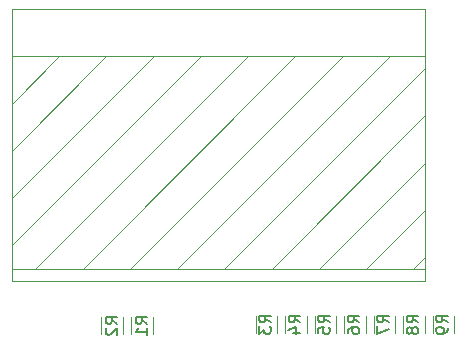
<source format=gbr>
%TF.GenerationSoftware,KiCad,Pcbnew,(5.1.9-0-10_14)*%
%TF.CreationDate,2021-03-09T10:31:21+00:00*%
%TF.ProjectId,OLED,4f4c4544-2e6b-4696-9361-645f70636258,rev?*%
%TF.SameCoordinates,Original*%
%TF.FileFunction,Legend,Bot*%
%TF.FilePolarity,Positive*%
%FSLAX46Y46*%
G04 Gerber Fmt 4.6, Leading zero omitted, Abs format (unit mm)*
G04 Created by KiCad (PCBNEW (5.1.9-0-10_14)) date 2021-03-09 10:31:21*
%MOMM*%
%LPD*%
G01*
G04 APERTURE LIST*
%ADD10C,0.120000*%
%ADD11C,0.150000*%
G04 APERTURE END LIST*
D10*
%TO.C,R9*%
X127460000Y-96222936D02*
X127460000Y-97677064D01*
X125640000Y-96222936D02*
X125640000Y-97677064D01*
%TO.C,R8*%
X124960000Y-96222936D02*
X124960000Y-97677064D01*
X123140000Y-96222936D02*
X123140000Y-97677064D01*
%TO.C,R7*%
X122460000Y-96222936D02*
X122460000Y-97677064D01*
X120640000Y-96222936D02*
X120640000Y-97677064D01*
%TO.C,R6*%
X119960000Y-96222936D02*
X119960000Y-97677064D01*
X118140000Y-96222936D02*
X118140000Y-97677064D01*
%TO.C,R5*%
X117460000Y-96222936D02*
X117460000Y-97677064D01*
X115640000Y-96222936D02*
X115640000Y-97677064D01*
%TO.C,R4*%
X114960000Y-96222936D02*
X114960000Y-97677064D01*
X113140000Y-96222936D02*
X113140000Y-97677064D01*
%TO.C,R3*%
X112460000Y-96222936D02*
X112460000Y-97677064D01*
X110640000Y-96222936D02*
X110640000Y-97677064D01*
%TO.C,M3*%
X124000000Y-92250000D02*
X125000000Y-91250000D01*
X120000000Y-92250000D02*
X125000000Y-87250000D01*
X116000000Y-92250000D02*
X125000000Y-83250000D01*
X112000000Y-92250000D02*
X125000000Y-79250000D01*
X108000000Y-92250000D02*
X125000000Y-75250000D01*
X104000000Y-92250000D02*
X122000000Y-74250000D01*
X100000000Y-92250000D02*
X118000000Y-74250000D01*
X96000000Y-92250000D02*
X114000000Y-74250000D01*
X92000000Y-92250000D02*
X110000000Y-74250000D01*
X90000000Y-90250000D02*
X106000000Y-74250000D01*
X90000000Y-86250000D02*
X102000000Y-74250000D01*
X90000000Y-82250000D02*
X98000000Y-74250000D01*
X90000000Y-78250000D02*
X94000000Y-74250000D01*
X90000000Y-92250000D02*
X125000000Y-92250000D01*
X90000000Y-74250000D02*
X125000000Y-74250000D01*
X125000000Y-93250000D02*
X125000000Y-70250000D01*
X90000000Y-93250000D02*
X125000000Y-93250000D01*
X90000000Y-70250000D02*
X90000000Y-93250000D01*
X125000000Y-70250000D02*
X90000000Y-70250000D01*
%TO.C,R2*%
X99400000Y-96322936D02*
X99400000Y-97777064D01*
X97580000Y-96322936D02*
X97580000Y-97777064D01*
%TO.C,R1*%
X101940000Y-96322936D02*
X101940000Y-97777064D01*
X100120000Y-96322936D02*
X100120000Y-97777064D01*
%TO.C,R9*%
D11*
X126932380Y-96783333D02*
X126456190Y-96450000D01*
X126932380Y-96211904D02*
X125932380Y-96211904D01*
X125932380Y-96592857D01*
X125980000Y-96688095D01*
X126027619Y-96735714D01*
X126122857Y-96783333D01*
X126265714Y-96783333D01*
X126360952Y-96735714D01*
X126408571Y-96688095D01*
X126456190Y-96592857D01*
X126456190Y-96211904D01*
X126932380Y-97259523D02*
X126932380Y-97450000D01*
X126884761Y-97545238D01*
X126837142Y-97592857D01*
X126694285Y-97688095D01*
X126503809Y-97735714D01*
X126122857Y-97735714D01*
X126027619Y-97688095D01*
X125980000Y-97640476D01*
X125932380Y-97545238D01*
X125932380Y-97354761D01*
X125980000Y-97259523D01*
X126027619Y-97211904D01*
X126122857Y-97164285D01*
X126360952Y-97164285D01*
X126456190Y-97211904D01*
X126503809Y-97259523D01*
X126551428Y-97354761D01*
X126551428Y-97545238D01*
X126503809Y-97640476D01*
X126456190Y-97688095D01*
X126360952Y-97735714D01*
%TO.C,R8*%
X124432380Y-96783333D02*
X123956190Y-96450000D01*
X124432380Y-96211904D02*
X123432380Y-96211904D01*
X123432380Y-96592857D01*
X123480000Y-96688095D01*
X123527619Y-96735714D01*
X123622857Y-96783333D01*
X123765714Y-96783333D01*
X123860952Y-96735714D01*
X123908571Y-96688095D01*
X123956190Y-96592857D01*
X123956190Y-96211904D01*
X123860952Y-97354761D02*
X123813333Y-97259523D01*
X123765714Y-97211904D01*
X123670476Y-97164285D01*
X123622857Y-97164285D01*
X123527619Y-97211904D01*
X123480000Y-97259523D01*
X123432380Y-97354761D01*
X123432380Y-97545238D01*
X123480000Y-97640476D01*
X123527619Y-97688095D01*
X123622857Y-97735714D01*
X123670476Y-97735714D01*
X123765714Y-97688095D01*
X123813333Y-97640476D01*
X123860952Y-97545238D01*
X123860952Y-97354761D01*
X123908571Y-97259523D01*
X123956190Y-97211904D01*
X124051428Y-97164285D01*
X124241904Y-97164285D01*
X124337142Y-97211904D01*
X124384761Y-97259523D01*
X124432380Y-97354761D01*
X124432380Y-97545238D01*
X124384761Y-97640476D01*
X124337142Y-97688095D01*
X124241904Y-97735714D01*
X124051428Y-97735714D01*
X123956190Y-97688095D01*
X123908571Y-97640476D01*
X123860952Y-97545238D01*
%TO.C,R7*%
X121932380Y-96783333D02*
X121456190Y-96450000D01*
X121932380Y-96211904D02*
X120932380Y-96211904D01*
X120932380Y-96592857D01*
X120980000Y-96688095D01*
X121027619Y-96735714D01*
X121122857Y-96783333D01*
X121265714Y-96783333D01*
X121360952Y-96735714D01*
X121408571Y-96688095D01*
X121456190Y-96592857D01*
X121456190Y-96211904D01*
X120932380Y-97116666D02*
X120932380Y-97783333D01*
X121932380Y-97354761D01*
%TO.C,R6*%
X119432380Y-96783333D02*
X118956190Y-96450000D01*
X119432380Y-96211904D02*
X118432380Y-96211904D01*
X118432380Y-96592857D01*
X118480000Y-96688095D01*
X118527619Y-96735714D01*
X118622857Y-96783333D01*
X118765714Y-96783333D01*
X118860952Y-96735714D01*
X118908571Y-96688095D01*
X118956190Y-96592857D01*
X118956190Y-96211904D01*
X118432380Y-97640476D02*
X118432380Y-97450000D01*
X118480000Y-97354761D01*
X118527619Y-97307142D01*
X118670476Y-97211904D01*
X118860952Y-97164285D01*
X119241904Y-97164285D01*
X119337142Y-97211904D01*
X119384761Y-97259523D01*
X119432380Y-97354761D01*
X119432380Y-97545238D01*
X119384761Y-97640476D01*
X119337142Y-97688095D01*
X119241904Y-97735714D01*
X119003809Y-97735714D01*
X118908571Y-97688095D01*
X118860952Y-97640476D01*
X118813333Y-97545238D01*
X118813333Y-97354761D01*
X118860952Y-97259523D01*
X118908571Y-97211904D01*
X119003809Y-97164285D01*
%TO.C,R5*%
X116932380Y-96783333D02*
X116456190Y-96450000D01*
X116932380Y-96211904D02*
X115932380Y-96211904D01*
X115932380Y-96592857D01*
X115980000Y-96688095D01*
X116027619Y-96735714D01*
X116122857Y-96783333D01*
X116265714Y-96783333D01*
X116360952Y-96735714D01*
X116408571Y-96688095D01*
X116456190Y-96592857D01*
X116456190Y-96211904D01*
X115932380Y-97688095D02*
X115932380Y-97211904D01*
X116408571Y-97164285D01*
X116360952Y-97211904D01*
X116313333Y-97307142D01*
X116313333Y-97545238D01*
X116360952Y-97640476D01*
X116408571Y-97688095D01*
X116503809Y-97735714D01*
X116741904Y-97735714D01*
X116837142Y-97688095D01*
X116884761Y-97640476D01*
X116932380Y-97545238D01*
X116932380Y-97307142D01*
X116884761Y-97211904D01*
X116837142Y-97164285D01*
%TO.C,R4*%
X114432380Y-96783333D02*
X113956190Y-96450000D01*
X114432380Y-96211904D02*
X113432380Y-96211904D01*
X113432380Y-96592857D01*
X113480000Y-96688095D01*
X113527619Y-96735714D01*
X113622857Y-96783333D01*
X113765714Y-96783333D01*
X113860952Y-96735714D01*
X113908571Y-96688095D01*
X113956190Y-96592857D01*
X113956190Y-96211904D01*
X113765714Y-97640476D02*
X114432380Y-97640476D01*
X113384761Y-97402380D02*
X114099047Y-97164285D01*
X114099047Y-97783333D01*
%TO.C,R3*%
X111932380Y-96783333D02*
X111456190Y-96450000D01*
X111932380Y-96211904D02*
X110932380Y-96211904D01*
X110932380Y-96592857D01*
X110980000Y-96688095D01*
X111027619Y-96735714D01*
X111122857Y-96783333D01*
X111265714Y-96783333D01*
X111360952Y-96735714D01*
X111408571Y-96688095D01*
X111456190Y-96592857D01*
X111456190Y-96211904D01*
X110932380Y-97116666D02*
X110932380Y-97735714D01*
X111313333Y-97402380D01*
X111313333Y-97545238D01*
X111360952Y-97640476D01*
X111408571Y-97688095D01*
X111503809Y-97735714D01*
X111741904Y-97735714D01*
X111837142Y-97688095D01*
X111884761Y-97640476D01*
X111932380Y-97545238D01*
X111932380Y-97259523D01*
X111884761Y-97164285D01*
X111837142Y-97116666D01*
%TO.C,R2*%
X98942380Y-96883333D02*
X98466190Y-96550000D01*
X98942380Y-96311904D02*
X97942380Y-96311904D01*
X97942380Y-96692857D01*
X97990000Y-96788095D01*
X98037619Y-96835714D01*
X98132857Y-96883333D01*
X98275714Y-96883333D01*
X98370952Y-96835714D01*
X98418571Y-96788095D01*
X98466190Y-96692857D01*
X98466190Y-96311904D01*
X98037619Y-97264285D02*
X97990000Y-97311904D01*
X97942380Y-97407142D01*
X97942380Y-97645238D01*
X97990000Y-97740476D01*
X98037619Y-97788095D01*
X98132857Y-97835714D01*
X98228095Y-97835714D01*
X98370952Y-97788095D01*
X98942380Y-97216666D01*
X98942380Y-97835714D01*
%TO.C,R1*%
X101482380Y-96883333D02*
X101006190Y-96550000D01*
X101482380Y-96311904D02*
X100482380Y-96311904D01*
X100482380Y-96692857D01*
X100530000Y-96788095D01*
X100577619Y-96835714D01*
X100672857Y-96883333D01*
X100815714Y-96883333D01*
X100910952Y-96835714D01*
X100958571Y-96788095D01*
X101006190Y-96692857D01*
X101006190Y-96311904D01*
X101482380Y-97835714D02*
X101482380Y-97264285D01*
X101482380Y-97550000D02*
X100482380Y-97550000D01*
X100625238Y-97454761D01*
X100720476Y-97359523D01*
X100768095Y-97264285D01*
%TD*%
M02*

</source>
